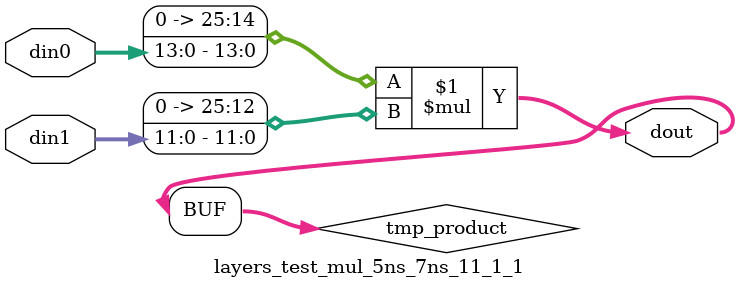
<source format=v>

`timescale 1 ns / 1 ps

 module layers_test_mul_5ns_7ns_11_1_1(din0, din1, dout);
parameter ID = 1;
parameter NUM_STAGE = 0;
parameter din0_WIDTH = 14;
parameter din1_WIDTH = 12;
parameter dout_WIDTH = 26;

input [din0_WIDTH - 1 : 0] din0; 
input [din1_WIDTH - 1 : 0] din1; 
output [dout_WIDTH - 1 : 0] dout;

wire signed [dout_WIDTH - 1 : 0] tmp_product;
























assign tmp_product = $signed({1'b0, din0}) * $signed({1'b0, din1});











assign dout = tmp_product;





















endmodule

</source>
